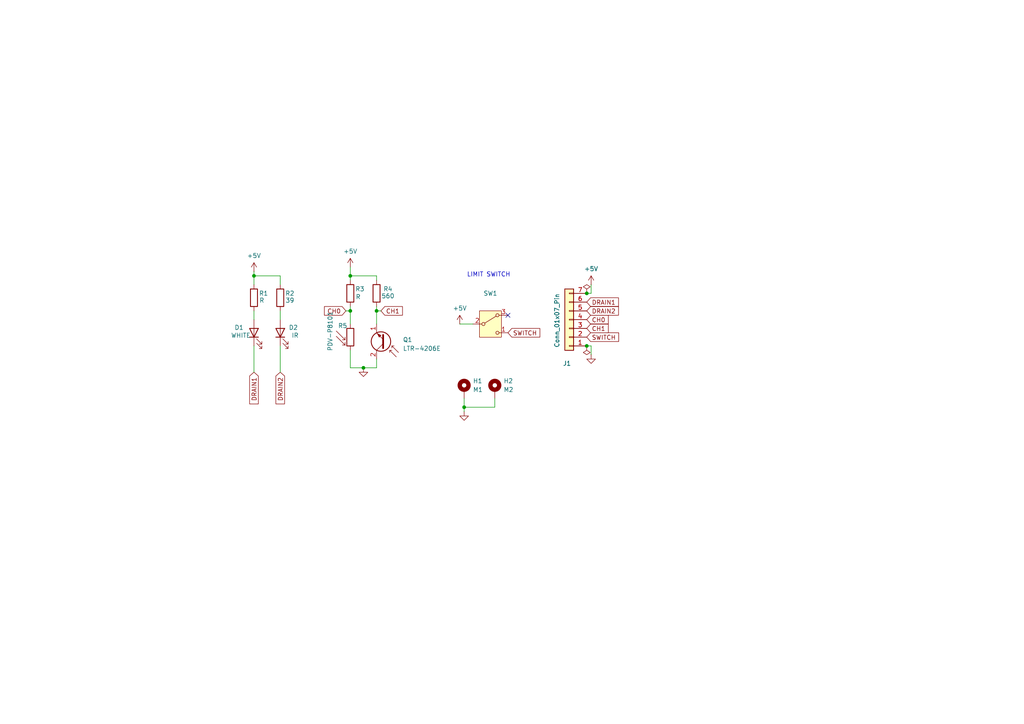
<source format=kicad_sch>
(kicad_sch (version 20250114) (generator "eeschema") (generator_version "9.99")
  (paper "A4")
  (lib_symbols
    (symbol "Connector_Generic:Conn_01x07" (pin_names (offset 1.016) (hide yes))
      (property "Reference" "J" (at 0 10.16 0))
      (property "Value" "Conn_01x07" (at 0 -10.16 0))
      (symbol "Conn_01x07_1_1"
        (rectangle (start -1.27 8.89) (end 1.27 -8.89) (stroke (width 0.254)) (fill (type background)))
        (rectangle (start -1.27 7.747) (end 0 7.493) (stroke (width 0.1524)))
        (rectangle (start -1.27 5.207) (end 0 4.953) (stroke (width 0.1524)))
        (rectangle (start -1.27 2.667) (end 0 2.413) (stroke (width 0.1524)))
        (rectangle (start -1.27 0.127) (end 0 -0.127) (stroke (width 0.1524)))
        (rectangle (start -1.27 -2.413) (end 0 -2.667) (stroke (width 0.1524)))
        (rectangle (start -1.27 -4.953) (end 0 -5.207) (stroke (width 0.1524)))
        (rectangle (start -1.27 -7.493) (end 0 -7.747) (stroke (width 0.1524)))
        (pin passive line (at -5.08 7.62 0) (length 3.81) (name "Pin_1") (number "1"))
        (pin passive line (at -5.08 5.08 0) (length 3.81) (name "Pin_2") (number "2"))
        (pin passive line (at -5.08 2.54 0) (length 3.81) (name "Pin_3") (number "3"))
        (pin passive line (at -5.08 0 0) (length 3.81) (name "Pin_4") (number "4"))
        (pin passive line (at -5.08 -2.54 0) (length 3.81) (name "Pin_5") (number "5"))
        (pin passive line (at -5.08 -5.08 0) (length 3.81) (name "Pin_6") (number "6"))
        (pin passive line (at -5.08 -7.62 0) (length 3.81) (name "Pin_7") (number "7"))
      )
    )
    (symbol "Device:LED" (pin_numbers (hide yes)) (pin_names (offset 1.016) (hide yes))
      (property "Reference" "D" (at 0 2.54 0))
      (property "Value" "LED" (at 0 -2.54 0))
      (symbol "LED_0_1"
        (polyline (pts (xy -3.048 -0.762) (xy -4.572 -2.286) (xy -3.81 -2.286) (xy -4.572 -2.286) (xy -4.572 -1.524)))
        (polyline (pts (xy -1.778 -0.762) (xy -3.302 -2.286) (xy -2.54 -2.286) (xy -3.302 -2.286) (xy -3.302 -1.524)))
        (polyline (pts (xy -1.27 0) (xy 1.27 0)))
        (polyline (pts (xy -1.27 -1.27) (xy -1.27 1.27)) (stroke (width 0.254)))
        (polyline (pts (xy 1.27 -1.27) (xy 1.27 1.27) (xy -1.27 0) (xy 1.27 -1.27)) (stroke (width 0.254)))
      )
      (symbol "LED_1_1"
        (pin passive line (at -3.81 0 0) (length 2.54) (name "K") (number "1"))
        (pin passive line (at 3.81 0 180) (length 2.54) (name "A") (number "2"))
      )
    )
    (symbol "Device:Q_Photo_NPN_EC" (pin_names (offset 0) (hide yes))
      (property "Reference" "Q" (at 5.08 1.27 0))
      (property "Value" "Q_Photo_NPN_EC" (at 5.08 -1.27 0))
      (symbol "Q_Photo_NPN_EC_0_1"
        (polyline (pts (xy -3.81 3.175) (xy -1.905 1.27) (xy -1.905 1.905)))
        (polyline (pts (xy -3.175 4.445) (xy -1.27 2.54) (xy -1.27 3.175)))
        (polyline (pts (xy -1.905 1.27) (xy -2.54 1.27)))
        (polyline (pts (xy -1.27 2.54) (xy -1.905 2.54)))
        (polyline (pts (xy 0.635 1.905) (xy 0.635 -1.905) (xy 0.635 -1.905)) (stroke (width 0.508)))
        (polyline (pts (xy 0.635 0.635) (xy 2.54 2.54)))
        (polyline (pts (xy 0.635 -0.635) (xy 2.54 -2.54) (xy 2.54 -2.54)))
        (circle (center 1.27 0) (radius 2.8194) (stroke (width 0.254)))
        (polyline (pts (xy 1.27 -1.778) (xy 1.778 -1.27) (xy 2.286 -2.286) (xy 1.27 -1.778) (xy 1.27 -1.778)) (fill (type outline)))
      )
      (symbol "Q_Photo_NPN_EC_1_1"
        (pin passive line (at 2.54 5.08 270) (length 2.54) (name "C") (number "2"))
        (pin passive line (at 2.54 -5.08 90) (length 2.54) (name "E") (number "1"))
      )
    )
    (symbol "Device:R" (pin_numbers (hide yes)) (pin_names (offset 0))
      (property "Reference" "R" (at 2.032 0 90))
      (property "Value" "R" (at 0 0 90))
      (symbol "R_0_1"
        (rectangle (start -1.016 -2.54) (end 1.016 2.54) (stroke (width 0.254)))
      )
      (symbol "R_1_1"
        (pin passive line (at 0 3.81 270) (length 1.27) (name "~") (number "1"))
        (pin passive line (at 0 -3.81 90) (length 1.27) (name "~") (number "2"))
      )
    )
    (symbol "Device:R_Photo" (pin_numbers (hide yes)) (pin_names (offset 0))
      (property "Reference" "R" (at 1.27 1.27 0))
      (property "Value" "R_Photo" (at 1.27 0 0))
      (symbol "R_Photo_0_1"
        (polyline (pts (xy -1.524 -0.762) (xy -4.064 1.778)))
        (polyline (pts (xy -1.524 -0.762) (xy -2.286 -0.762)))
        (polyline (pts (xy -1.524 -0.762) (xy -1.524 0)))
        (polyline (pts (xy -1.524 -2.286) (xy -4.064 0.254)))
        (polyline (pts (xy -1.524 -2.286) (xy -2.286 -2.286)))
        (polyline (pts (xy -1.524 -2.286) (xy -1.524 -1.524)))
        (rectangle (start -1.016 2.54) (end 1.016 -2.54) (stroke (width 0.254)))
      )
      (symbol "R_Photo_1_1"
        (pin passive line (at 0 3.81 270) (length 1.27) (name "~") (number "1"))
        (pin passive line (at 0 -3.81 90) (length 1.27) (name "~") (number "2"))
      )
    )
    (symbol "Mechanical:MountingHole_Pad" (pin_numbers (hide yes)) (pin_names (offset 1.016) (hide yes)) (exclude_from_sim yes) (in_bom no)
      (property "Reference" "H" (at 0 6.35 0))
      (property "Value" "MountingHole_Pad" (at 0 4.445 0))
      (symbol "MountingHole_Pad_0_1"
        (circle (center 0 1.27) (radius 1.27) (stroke (width 1.27)))
      )
      (symbol "MountingHole_Pad_1_1"
        (pin input line (at 0 -2.54 90) (length 2.54) (name "1") (number "1"))
      )
    )
    (symbol "Switch:SW_Nidec_CAS-120A1" (pin_names (offset 1) (hide yes))
      (property "Reference" "SW" (at 0 4.318 0))
      (property "Value" "SW_Nidec_CAS-120A1" (at 0 -5.08 0))
      (symbol "SW_Nidec_CAS-120A1_0_1"
        (circle (center -2.032 0) (radius 0.4572))
        (polyline (pts (xy -1.651 0.254) (xy 1.651 2.286)))
        (circle (center 2.032 2.54) (radius 0.4572))
        (circle (center 2.032 -2.54) (radius 0.4572))
      )
      (symbol "SW_Nidec_CAS-120A1_1_1"
        (rectangle (start -3.175 3.81) (end 3.175 -3.81) (fill (type background)))
        (pin passive line (at -5.08 0 0) (length 2.54) (name "B") (number "2"))
        (pin passive line (at 5.08 2.54 180) (length 2.54) (name "A") (number "3"))
        (pin passive line (at 5.08 -2.54 180) (length 2.54) (name "C") (number "1"))
      )
    )
    (symbol "power:+3.3V" (power) (pin_numbers (hide yes)) (pin_names (offset 0) (hide yes))
      (property "Value" "+3.3V" (at 0 3.556 0))
      (symbol "+3.3V_0_1"
        (polyline (pts (xy -0.762 1.27) (xy 0 2.54)))
        (polyline (pts (xy 0 2.54) (xy 0.762 1.27)))
        (polyline (pts (xy 0 0) (xy 0 2.54)))
      )
      (symbol "+3.3V_1_1"
        (pin power_in line (at 0 0 90) (length 0) (name "~") (number "1"))
      )
    )
    (symbol "power:GND" (power) (pin_numbers (hide yes)) (pin_names (offset 0) (hide yes))
      (property "Value" "GND" (at 0 -3.81 0))
      (symbol "GND_0_1"
        (polyline (pts (xy 0 0) (xy 0 -1.27) (xy 1.27 -1.27) (xy 0 -2.54) (xy -1.27 -1.27) (xy 0 -1.27)))
      )
      (symbol "GND_1_1"
        (pin power_in line (at 0 0 270) (length 0) (name "~") (number "1"))
      )
    )
    (symbol "power:PWR_FLAG" (power) (pin_numbers (hide yes)) (pin_names (offset 0) (hide yes))
      (property "Value" "PWR_FLAG" (at 0 3.81 0))
      (symbol "PWR_FLAG_0_0"
        (pin power_out line (at 0 0 90) (length 0) (name "~") (number "1"))
      )
      (symbol "PWR_FLAG_0_1"
        (polyline (pts (xy 0 0) (xy 0 1.27) (xy -1.016 1.905) (xy 0 2.54) (xy 1.016 1.905) (xy 0 1.27)))
      )
    )
  )
  (text "LIMIT SWITCH\n" (at 141.732 79.756 0) (effects (font (size 1.27 1.27))))
  (junction (at 101.6 80.01))
  (junction (at 101.6 90.17))
  (junction (at 134.62 118.11))
  (junction (at 105.41 106.68))
  (junction (at 109.22 90.17))
  (junction (at 73.66 80.01))
  (junction (at 170.18 100.33))
  (junction (at 170.18 85.09))
  (no_connect (at 147.32 91.44))
  (wire (pts (xy 109.22 90.17) (xy 110.49 90.17)))
  (wire (pts (xy 171.45 100.33) (xy 171.45 102.87)))
  (wire (pts (xy 81.28 82.55) (xy 81.28 80.01)))
  (wire (pts (xy 134.62 118.11) (xy 134.62 119.38)))
  (wire (pts (xy 105.41 106.68) (xy 109.22 106.68)))
  (wire (pts (xy 101.6 101.6) (xy 101.6 106.68)))
  (wire (pts (xy 109.22 88.9) (xy 109.22 90.17)))
  (wire (pts (xy 101.6 106.68) (xy 105.41 106.68)))
  (wire (pts (xy 133.35 93.98) (xy 137.16 93.98)))
  (wire (pts (xy 143.51 118.11) (xy 134.62 118.11)))
  (wire (pts (xy 101.6 88.9) (xy 101.6 90.17)))
  (wire (pts (xy 109.22 90.17) (xy 109.22 93.98)))
  (wire (pts (xy 73.66 92.71) (xy 73.66 90.17)))
  (wire (pts (xy 170.18 100.33) (xy 171.45 100.33)))
  (wire (pts (xy 109.22 104.14) (xy 109.22 106.68)))
  (wire (pts (xy 101.6 80.01) (xy 101.6 81.28)))
  (wire (pts (xy 81.28 100.33) (xy 81.28 107.95)))
  (wire (pts (xy 100.33 90.17) (xy 101.6 90.17)))
  (wire (pts (xy 73.66 78.74) (xy 73.66 80.01)))
  (wire (pts (xy 109.22 81.28) (xy 109.22 80.01)))
  (wire (pts (xy 101.6 90.17) (xy 101.6 93.98)))
  (wire (pts (xy 73.66 80.01) (xy 73.66 82.55)))
  (wire (pts (xy 81.28 80.01) (xy 73.66 80.01)))
  (wire (pts (xy 134.62 115.57) (xy 134.62 118.11)))
  (wire (pts (xy 73.66 100.33) (xy 73.66 107.95)))
  (wire (pts (xy 81.28 92.71) (xy 81.28 90.17)))
  (wire (pts (xy 171.45 82.55) (xy 171.45 85.09)))
  (wire (pts (xy 101.6 77.47) (xy 101.6 80.01)))
  (wire (pts (xy 170.18 85.09) (xy 171.45 85.09)))
  (wire (pts (xy 143.51 115.57) (xy 143.51 118.11)))
  (wire (pts (xy 109.22 80.01) (xy 101.6 80.01)))
  (global_label "CH0" (shape input) (at 100.33 90.17 180) (property "Intersheetrefs" "${INTERSHEET_REFS}" (hide yes)))
  (global_label "DRAIN2" (shape input) (at 81.28 107.95 270) (property "Intersheetrefs" "${INTERSHEET_REFS}" (hide yes)))
  (global_label "CH1" (shape input) (at 110.49 90.17 0) (property "Intersheetrefs" "${INTERSHEET_REFS}" (hide yes)))
  (global_label "SWITCH" (shape input) (at 170.18 97.79 0) (property "Intersheetrefs" "${INTERSHEET_REFS}" (hide yes)))
  (global_label "SWITCH" (shape input) (at 147.32 96.52 0) (property "Intersheetrefs" "${INTERSHEET_REFS}" (hide yes)))
  (global_label "DRAIN1" (shape input) (at 170.18 87.63 0) (property "Intersheetrefs" "${INTERSHEET_REFS}" (hide yes)))
  (global_label "DRAIN2" (shape input) (at 170.18 90.17 0) (property "Intersheetrefs" "${INTERSHEET_REFS}" (hide yes)))
  (global_label "DRAIN1" (shape input) (at 73.66 107.95 270) (property "Intersheetrefs" "${INTERSHEET_REFS}" (hide yes)))
  (global_label "CH1" (shape input) (at 170.18 95.25 0) (property "Intersheetrefs" "${INTERSHEET_REFS}" (hide yes)))
  (global_label "CH0" (shape input) (at 170.18 92.71 0) (property "Intersheetrefs" "${INTERSHEET_REFS}" (hide yes)))
  (symbol (lib_id "Device:R") (at 73.66 86.36 180) (unit 1)
    (property "Reference" "R1" (at 76.454 85.09 0))
    (property "Value" "R" (at 75.946 87.122 0))
    (property "Footprint" "Resistor_SMD:R_0805_2012Metric_Pad1.20x1.40mm_HandSolder" (hide yes))
    (property "Description" "Resistor" (hide yes))
  )
  (symbol (lib_id "power:PWR_FLAG") (at 170.18 100.33 180) (unit 1)
    (property "Reference" "#FLG02" (hide yes))
    (property "Value" "PWR_FLAG" (hide yes))
    (property "Description" "Special symbol for telling ERC where power comes from" (hide yes))
  )
  (symbol (lib_id "power:+3.3V") (at 133.35 93.98 0) (unit 1)
    (property "Reference" "#PWR07" (hide yes))
    (property "Value" "+5V" (at 131.318 89.408 0) (effects (justify left)))
    (property "Description" "Power symbol creates a global label with name \"+3.3V\"" (hide yes))
  )
  (symbol (lib_id "Device:R") (at 109.22 85.09 0) (mirror x) (unit 1)
    (property "Reference" "R4" (at 112.522 83.82 0))
    (property "Value" "560" (at 112.522 85.852 0))
    (property "Footprint" "Resistor_SMD:R_0805_2012Metric_Pad1.20x1.40mm_HandSolder" (hide yes))
    (property "Description" "Resistor" (hide yes))
  )
  (symbol (lib_id "power:+3.3V") (at 171.45 82.55 0) (unit 1)
    (property "Reference" "#PWR04" (hide yes))
    (property "Value" "+5V" (at 169.418 77.978 0) (effects (justify left)))
    (property "Description" "Power symbol creates a global label with name \"+3.3V\"" (hide yes))
  )
  (symbol (lib_id "power:+3.3V") (at 101.6 77.47 0) (unit 1)
    (property "Reference" "#PWR02" (hide yes))
    (property "Value" "+5V" (at 99.568 72.898 0) (effects (justify left)))
    (property "Description" "Power symbol creates a global label with name \"+3.3V\"" (hide yes))
  )
  (symbol (lib_id "Device:R_Photo") (at 101.6 97.79 0) (unit 1)
    (property "Reference" "R5" (at 98.044 94.488 0) (effects (justify left)))
    (property "Value" "PDV-P8101" (at 95.758 101.854 90) (effects (justify left)))
    (property "Footprint" "OptoDevice:R_LDR_5.1x4.3mm_P3.4mm_Vertical" (hide yes))
    (property "Description" "Photoresistor" (hide yes))
  )
  (symbol (lib_id "Connector_Generic:Conn_01x07") (at 165.1 92.71 180) (unit 1)
    (property "Reference" "J1" (at 164.465 105.41 0))
    (property "Value" "Conn_01x07_Pin" (at 161.544 92.964 90))
    (property "Footprint" "Connector_JST:JST_ZH_B7B-ZR_1x07_P1.50mm_Vertical" (hide yes))
    (property "Description" "Generic connector, single row, 01x07, script generated (kicad-library-utils/schlib/autogen/connector/)" (hide yes))
  )
  (symbol (lib_id "power:+3.3V") (at 73.66 78.74 0) (unit 1)
    (property "Reference" "#PWR01" (hide yes))
    (property "Value" "+5V" (at 71.628 74.168 0) (effects (justify left)))
    (property "Description" "Power symbol creates a global label with name \"+3.3V\"" (hide yes))
  )
  (symbol (lib_id "power:GND") (at 105.41 106.68 0) (unit 1)
    (property "Reference" "#PWR03" (hide yes))
    (property "Value" "GND" (hide yes))
    (property "Description" "Power symbol creates a global label with name \"GND\" , ground" (hide yes))
  )
  (symbol (lib_id "power:GND") (at 171.45 102.87 0) (unit 1)
    (property "Reference" "#PWR05" (hide yes))
    (property "Value" "GND" (hide yes))
    (property "Description" "Power symbol creates a global label with name \"GND\" , ground" (hide yes))
  )
  (symbol (lib_id "Device:LED") (at 81.28 96.52 90) (unit 1)
    (property "Reference" "D2" (at 85.09 94.996 90))
    (property "Value" "IR" (at 85.598 97.282 90))
    (property "Footprint" "LED_THT:LED_D3.0mm_Clear" (hide yes))
    (property "Description" "Light emitting diode" (hide yes))
  )
  (symbol (lib_id "power:GND") (at 134.62 119.38 0) (unit 1)
    (property "Reference" "#PWR06" (hide yes))
    (property "Value" "GND" (hide yes))
    (property "Description" "Power symbol creates a global label with name \"GND\" , ground" (hide yes))
  )
  (symbol (lib_id "power:PWR_FLAG") (at 170.18 85.09 0) (unit 1)
    (property "Reference" "#FLG01" (hide yes))
    (property "Value" "PWR_FLAG" (hide yes))
    (property "Description" "Special symbol for telling ERC where power comes from" (hide yes))
  )
  (symbol (lib_id "Mechanical:MountingHole_Pad") (at 134.62 113.03 0) (unit 1) (exclude_from_sim yes) (in_bom no)
    (property "Reference" "H1" (at 137.16 110.4899 0) (effects (justify left)))
    (property "Value" "M1" (at 137.16 113.0299 0) (effects (justify left)))
    (property "Footprint" "MountingHole:MountingHole_3.2mm_M3_Pad_Via" (hide yes))
    (property "Description" "Mounting Hole with connection" (hide yes))
  )
  (symbol (lib_id "Device:LED") (at 73.66 96.52 90) (unit 1)
    (property "Reference" "D1" (at 69.342 94.996 90))
    (property "Value" "WHITE" (at 69.85 97.282 90))
    (property "Footprint" "LED_THT:LED_D3.0mm_Clear" (hide yes))
    (property "Description" "Light emitting diode" (hide yes))
  )
  (symbol (lib_id "Switch:SW_Nidec_CAS-120A1") (at 142.24 93.98 0) (unit 1)
    (property "Reference" "SW1" (at 142.24 85.09 0))
    (property "Value" "SW_Nidec_CAS-120A1" (hide yes))
    (property "Footprint" "Connector_JST:JST_ZH_B3B-ZR_1x03_P1.50mm_Vertical" (hide yes))
    (property "Datasheet" "https://www.nidec-components.com/e/catalog/switch/cas.pdf" (hide yes))
    (property "Description" "Switch, single pole double throw" (hide yes))
  )
  (symbol (lib_id "Device:Q_Photo_NPN_EC") (at 111.76 99.06 180) (unit 1)
    (property "Reference" "Q1" (at 116.84 98.5392 0) (effects (justify right)))
    (property "Value" "LTR-4206E" (at 116.84 101.0792 0) (effects (justify right)))
    (property "Footprint" "LED_THT:LED_D3.0mm" (hide yes))
    (property "Description" "NPN phototransistor, emitter/collector" (hide yes))
  )
  (symbol (lib_id "Device:R") (at 101.6 85.09 180) (unit 1)
    (property "Reference" "R3" (at 104.394 83.82 0))
    (property "Value" "R" (at 103.886 86.106 0))
    (property "Footprint" "Resistor_SMD:R_0805_2012Metric_Pad1.20x1.40mm_HandSolder" (hide yes))
    (property "Description" "Resistor" (hide yes))
  )
  (symbol (lib_id "Mechanical:MountingHole_Pad") (at 143.51 113.03 0) (unit 1) (exclude_from_sim yes) (in_bom no)
    (property "Reference" "H2" (at 146.05 110.4899 0) (effects (justify left)))
    (property "Value" "M2" (at 146.05 113.0299 0) (effects (justify left)))
    (property "Footprint" "MountingHole:MountingHole_3.2mm_M3_Pad_Via" (hide yes))
    (property "Description" "Mounting Hole with connection" (hide yes))
  )
  (symbol (lib_id "Device:R") (at 81.28 86.36 180) (unit 1)
    (property "Reference" "R2" (at 84.074 85.09 0))
    (property "Value" "39" (at 84.074 87.122 0))
    (property "Footprint" "Resistor_SMD:R_0805_2012Metric_Pad1.20x1.40mm_HandSolder" (hide yes))
    (property "Description" "Resistor" (hide yes))
  )
)
</source>
